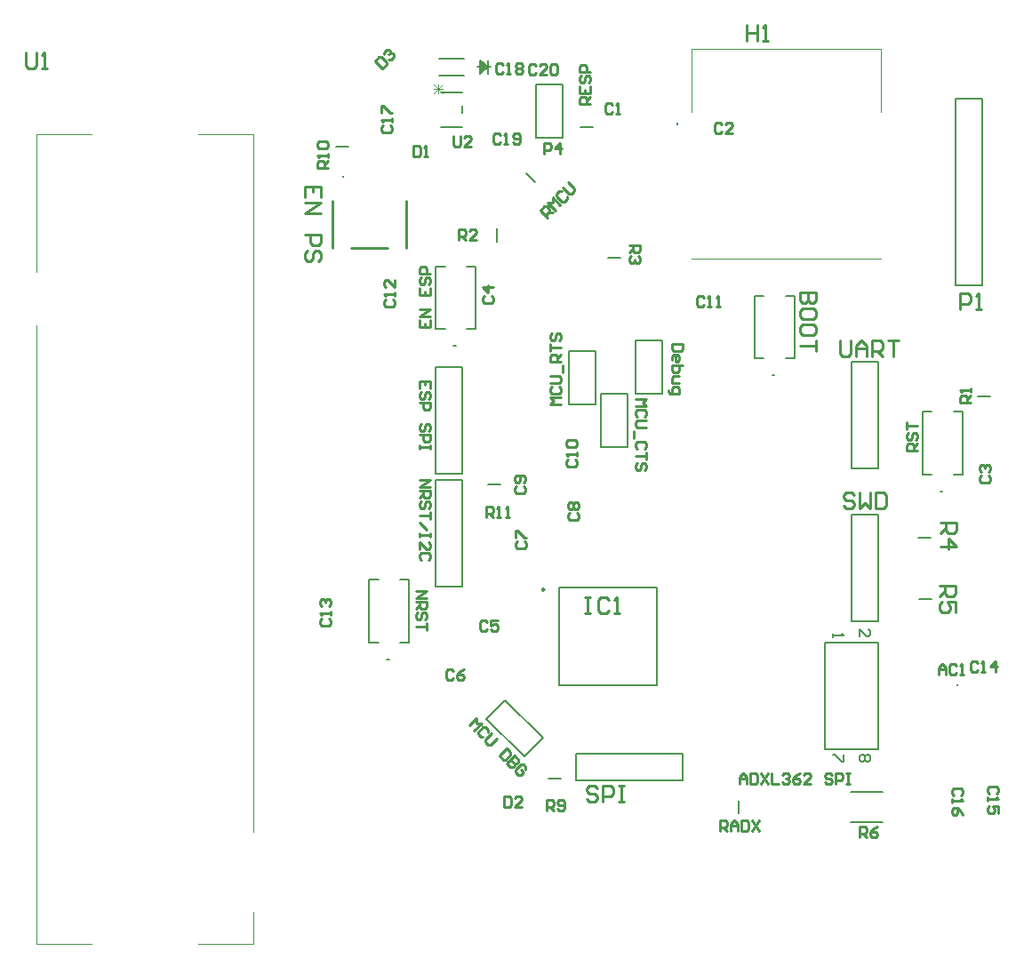
<source format=gto>
G04*
G04 #@! TF.GenerationSoftware,Altium Limited,Altium Designer,19.1.8 (144)*
G04*
G04 Layer_Color=65535*
%FSLAX25Y25*%
%MOIN*%
G70*
G01*
G75*
%ADD10C,0.01000*%
%ADD11C,0.00787*%
%ADD12C,0.00984*%
%ADD13C,0.00787*%
%ADD14C,0.01000*%
%ADD15C,0.00600*%
%ADD16C,0.00394*%
%ADD17C,0.00500*%
%ADD18C,0.00800*%
%ADD19C,0.00300*%
D10*
X142602Y318441D02*
D03*
D11*
X367500Y200390D02*
X366713D01*
X367500D01*
X160000Y137390D02*
X159213D01*
X160000D01*
X185000Y254890D02*
X184213D01*
X185000D01*
X304500Y243890D02*
X303713D01*
X304500D01*
X268106Y338024D02*
Y338811D01*
Y338024D01*
X291000Y79638D02*
Y84362D01*
X211330Y319670D02*
X214670Y316330D01*
X231638Y337000D02*
X236362D01*
X197138Y203000D02*
X201862D01*
X177500Y164500D02*
X187500D01*
X177500D02*
Y204500D01*
X187500Y164500D02*
Y204500D01*
X177500D02*
X187500D01*
X323500Y103500D02*
X323500Y143500D01*
X343500Y103500D02*
Y143500D01*
X323500Y143500D02*
X343500Y143500D01*
X323500Y103500D02*
X343500D01*
X225000Y333000D02*
Y353000D01*
X215000D02*
X225000D01*
X215000Y333000D02*
Y353000D01*
Y333000D02*
X225000D01*
X219638Y92500D02*
X224362D01*
X140138Y329500D02*
X144862D01*
X372500Y277500D02*
X372500Y347500D01*
X372500Y277500D02*
X382500D01*
X382500Y347500D02*
X382500Y277500D01*
X372500Y347500D02*
X382500D01*
X380638Y236000D02*
X385362D01*
X227500Y233000D02*
X237500D01*
X227500D02*
Y253000D01*
X237500D01*
Y233000D02*
Y253000D01*
X239500Y217000D02*
X249500D01*
X239500D02*
Y237000D01*
X249500D01*
Y217000D02*
Y237000D01*
X177500Y207000D02*
X187500D01*
X177500D02*
Y247000D01*
X187500Y207000D02*
Y247000D01*
X177500D02*
X187500D01*
X230000Y92000D02*
Y102000D01*
X270000D01*
X230000Y92000D02*
X270000D01*
Y102000D01*
X252500Y257000D02*
X262500D01*
Y237000D02*
Y257000D01*
X252500Y237000D02*
X262500D01*
X252500D02*
Y257000D01*
X358638Y160000D02*
X363362D01*
X358443Y183000D02*
X363168D01*
X333500Y209000D02*
X343500D01*
X333500D02*
Y249000D01*
X343500Y209000D02*
Y249000D01*
X333500D02*
X343500D01*
X200500Y294138D02*
Y298862D01*
X242138Y288000D02*
X246862D01*
X333500Y191500D02*
X343500D01*
Y151500D02*
Y191500D01*
X333500Y151500D02*
Y191500D01*
Y151500D02*
X343500D01*
X223693Y164307D02*
X260307D01*
Y127693D02*
Y164307D01*
X223693Y127693D02*
X260307D01*
X223693D02*
Y164307D01*
X203500Y122071D02*
X217642Y107929D01*
X196429Y115000D02*
X203500Y122071D01*
X196429Y115000D02*
X210571Y100858D01*
X217642Y107929D01*
D12*
X217984Y163716D02*
X217246Y164143D01*
Y163290D01*
X217984Y163716D01*
D13*
X373095Y127697D02*
D03*
D14*
X145610Y291642D02*
X159390D01*
X166299D02*
Y309358D01*
X138701Y291642D02*
Y309358D01*
X219500Y303000D02*
X216672Y305827D01*
X218086Y307241D01*
X219029D01*
X219971Y306299D01*
Y305356D01*
X218558Y303942D01*
X219500Y304885D02*
X221385D01*
X222327Y305827D02*
X219500Y308655D01*
X221385Y308655D01*
Y310540D01*
X224213Y307713D01*
X224684Y312896D02*
X223741D01*
X222799Y311954D01*
Y311011D01*
X224684Y309126D01*
X225626D01*
X226569Y310069D01*
Y311011D01*
X225155Y314310D02*
X227511Y311954D01*
X228454D01*
X229396Y312896D01*
Y313839D01*
X227040Y316195D01*
X235500Y345500D02*
X231501D01*
Y347499D01*
X232168Y348166D01*
X233501D01*
X234167Y347499D01*
Y345500D01*
Y346833D02*
X235500Y348166D01*
X231501Y352165D02*
Y349499D01*
X235500D01*
Y352165D01*
X233501Y349499D02*
Y350832D01*
X232168Y356163D02*
X231501Y355497D01*
Y354164D01*
X232168Y353497D01*
X232834D01*
X233501Y354164D01*
Y355497D01*
X234167Y356163D01*
X234834D01*
X235500Y355497D01*
Y354164D01*
X234834Y353497D01*
X235500Y357496D02*
X231501D01*
Y359495D01*
X232168Y360162D01*
X233501D01*
X234167Y359495D01*
Y357496D01*
X284000Y73000D02*
Y76999D01*
X285999D01*
X286666Y76332D01*
Y74999D01*
X285999Y74333D01*
X284000D01*
X285333D02*
X286666Y73000D01*
X287999D02*
Y75666D01*
X289332Y76999D01*
X290665Y75666D01*
Y73000D01*
Y74999D01*
X287999D01*
X291997Y76999D02*
Y73000D01*
X293997D01*
X294663Y73666D01*
Y76332D01*
X293997Y76999D01*
X291997D01*
X295996D02*
X298662Y73000D01*
Y76999D02*
X295996Y73000D01*
X169000Y329999D02*
Y326000D01*
X170999D01*
X171666Y326666D01*
Y329332D01*
X170999Y329999D01*
X169000D01*
X172999Y326000D02*
X174332D01*
X173665D01*
Y329999D01*
X172999Y329332D01*
X171500Y204500D02*
X175499D01*
X171500Y201834D01*
X175499D01*
X171500Y200501D02*
X175499D01*
Y198502D01*
X174832Y197836D01*
X173499D01*
X172833Y198502D01*
Y200501D01*
Y199168D02*
X171500Y197836D01*
X174832Y193837D02*
X175499Y194503D01*
Y195836D01*
X174832Y196503D01*
X174166D01*
X173499Y195836D01*
Y194503D01*
X172833Y193837D01*
X172167D01*
X171500Y194503D01*
Y195836D01*
X172167Y196503D01*
X175499Y192504D02*
Y189838D01*
Y191171D01*
X171500D01*
Y188505D02*
X174166Y185839D01*
X175499Y184506D02*
Y183174D01*
Y183840D01*
X171500D01*
Y184506D01*
Y183174D01*
Y178508D02*
Y181174D01*
X174166Y178508D01*
X174832D01*
X175499Y179175D01*
Y180508D01*
X174832Y181174D01*
Y174510D02*
X175499Y175176D01*
Y176509D01*
X174832Y177175D01*
X172167D01*
X171500Y176509D01*
Y175176D01*
X172167Y174510D01*
X291500Y90500D02*
Y93166D01*
X292833Y94499D01*
X294166Y93166D01*
Y90500D01*
Y92499D01*
X291500D01*
X295499Y94499D02*
Y90500D01*
X297498D01*
X298165Y91166D01*
Y93832D01*
X297498Y94499D01*
X295499D01*
X299497D02*
X302163Y90500D01*
Y94499D02*
X299497Y90500D01*
X303496Y94499D02*
Y90500D01*
X306162D01*
X307495Y93832D02*
X308161Y94499D01*
X309494D01*
X310161Y93832D01*
Y93166D01*
X309494Y92499D01*
X308828D01*
X309494D01*
X310161Y91833D01*
Y91166D01*
X309494Y90500D01*
X308161D01*
X307495Y91166D01*
X314159Y94499D02*
X312826Y93832D01*
X311494Y92499D01*
Y91166D01*
X312160Y90500D01*
X313493D01*
X314159Y91166D01*
Y91833D01*
X313493Y92499D01*
X311494D01*
X318158Y90500D02*
X315492D01*
X318158Y93166D01*
Y93832D01*
X317492Y94499D01*
X316159D01*
X315492Y93832D01*
X326155D02*
X325489Y94499D01*
X324156D01*
X323490Y93832D01*
Y93166D01*
X324156Y92499D01*
X325489D01*
X326155Y91833D01*
Y91166D01*
X325489Y90500D01*
X324156D01*
X323490Y91166D01*
X327488Y90500D02*
Y94499D01*
X329488D01*
X330154Y93832D01*
Y92499D01*
X329488Y91833D01*
X327488D01*
X331487Y94499D02*
X332820D01*
X332154D01*
Y90500D01*
X331487D01*
X332820D01*
X196500Y190500D02*
Y194499D01*
X198499D01*
X199166Y193832D01*
Y192499D01*
X198499Y191833D01*
X196500D01*
X197833D02*
X199166Y190500D01*
X200499D02*
X201832D01*
X201165D01*
Y194499D01*
X200499Y193832D01*
X203831Y190500D02*
X205164D01*
X204497D01*
Y194499D01*
X203831Y193832D01*
X215166Y359832D02*
X214499Y360499D01*
X213166D01*
X212500Y359832D01*
Y357166D01*
X213166Y356500D01*
X214499D01*
X215166Y357166D01*
X219164Y356500D02*
X216499D01*
X219164Y359166D01*
Y359832D01*
X218498Y360499D01*
X217165D01*
X216499Y359832D01*
X220497D02*
X221164Y360499D01*
X222497D01*
X223163Y359832D01*
Y357166D01*
X222497Y356500D01*
X221164D01*
X220497Y357166D01*
Y359832D01*
X201666Y333832D02*
X200999Y334499D01*
X199667D01*
X199000Y333832D01*
Y331166D01*
X199667Y330500D01*
X200999D01*
X201666Y331166D01*
X202999Y330500D02*
X204332D01*
X203665D01*
Y334499D01*
X202999Y333832D01*
X206331Y331166D02*
X206997Y330500D01*
X208330D01*
X208997Y331166D01*
Y333832D01*
X208330Y334499D01*
X206997D01*
X206331Y333832D01*
Y333166D01*
X206997Y332499D01*
X208997D01*
X202666Y360332D02*
X201999Y360999D01*
X200666D01*
X200000Y360332D01*
Y357666D01*
X200666Y357000D01*
X201999D01*
X202666Y357666D01*
X203999Y357000D02*
X205332D01*
X204665D01*
Y360999D01*
X203999Y360332D01*
X207331D02*
X207997Y360999D01*
X209330D01*
X209997Y360332D01*
Y359666D01*
X209330Y358999D01*
X209997Y358333D01*
Y357666D01*
X209330Y357000D01*
X207997D01*
X207331Y357666D01*
Y358333D01*
X207997Y358999D01*
X207331Y359666D01*
Y360332D01*
X207997Y358999D02*
X209330D01*
X218000Y327000D02*
Y330999D01*
X219999D01*
X220666Y330332D01*
Y328999D01*
X219999Y328333D01*
X218000D01*
X223998Y327000D02*
Y330999D01*
X221999Y328999D01*
X224664D01*
X134498Y310501D02*
Y314500D01*
X128500D01*
Y310501D01*
X131499Y314500D02*
Y312501D01*
X128500Y308502D02*
X134498D01*
X128500Y304503D01*
X134498D01*
X128500Y296506D02*
X134498D01*
Y293507D01*
X133498Y292507D01*
X131499D01*
X130499Y293507D01*
Y296506D01*
X133498Y286509D02*
X134498Y287509D01*
Y289508D01*
X133498Y290508D01*
X132499D01*
X131499Y289508D01*
Y287509D01*
X130499Y286509D01*
X129500D01*
X128500Y287509D01*
Y289508D01*
X129500Y290508D01*
X184000Y333499D02*
Y330166D01*
X184667Y329500D01*
X185999D01*
X186666Y330166D01*
Y333499D01*
X190665Y329500D02*
X187999D01*
X190665Y332166D01*
Y332832D01*
X189998Y333499D01*
X188665D01*
X187999Y332832D01*
X137000Y321500D02*
X133001D01*
Y323499D01*
X133668Y324166D01*
X135001D01*
X135667Y323499D01*
Y321500D01*
Y322833D02*
X137000Y324166D01*
Y325499D02*
Y326832D01*
Y326165D01*
X133001D01*
X133668Y325499D01*
Y328831D02*
X133001Y329497D01*
Y330830D01*
X133668Y331497D01*
X136334D01*
X137000Y330830D01*
Y329497D01*
X136334Y328831D01*
X133668D01*
X219000Y80500D02*
Y84499D01*
X220999D01*
X221666Y83832D01*
Y82499D01*
X220999Y81833D01*
X219000D01*
X220333D02*
X221666Y80500D01*
X222999Y81166D02*
X223665Y80500D01*
X224998D01*
X225664Y81166D01*
Y83832D01*
X224998Y84499D01*
X223665D01*
X222999Y83832D01*
Y83166D01*
X223665Y82499D01*
X225664D01*
X203000Y85999D02*
Y82000D01*
X204999D01*
X205666Y82666D01*
Y85332D01*
X204999Y85999D01*
X203000D01*
X209665Y82000D02*
X206999D01*
X209665Y84666D01*
Y85332D01*
X208998Y85999D01*
X207665D01*
X206999Y85332D01*
X154673Y361827D02*
X157500Y359000D01*
X158914Y360414D01*
Y361356D01*
X157029Y363241D01*
X156086D01*
X154673Y361827D01*
X157971Y364184D02*
Y365126D01*
X158914Y366069D01*
X159856D01*
X160327Y365598D01*
Y364655D01*
X159856Y364184D01*
X160327Y364655D01*
X161270D01*
X161741Y364184D01*
Y363241D01*
X160799Y362299D01*
X159856D01*
X157668Y337666D02*
X157001Y336999D01*
Y335666D01*
X157668Y335000D01*
X160334D01*
X161000Y335666D01*
Y336999D01*
X160334Y337666D01*
X161000Y338999D02*
Y340332D01*
Y339665D01*
X157001D01*
X157668Y338999D01*
X157001Y342331D02*
Y344997D01*
X157668D01*
X160334Y342331D01*
X161000D01*
X374000Y268500D02*
Y274498D01*
X376999D01*
X377999Y273498D01*
Y271499D01*
X376999Y270499D01*
X374000D01*
X379998Y268500D02*
X381997D01*
X380998D01*
Y274498D01*
X379998Y273498D01*
X23700Y364898D02*
Y359900D01*
X24700Y358900D01*
X26699D01*
X27699Y359900D01*
Y364898D01*
X29698Y358900D02*
X31697D01*
X30698D01*
Y364898D01*
X29698Y363898D01*
X224500Y233000D02*
X220501D01*
X221834Y234333D01*
X220501Y235666D01*
X224500D01*
X221168Y239665D02*
X220501Y238998D01*
Y237665D01*
X221168Y236999D01*
X223834D01*
X224500Y237665D01*
Y238998D01*
X223834Y239665D01*
X220501Y240997D02*
X223834D01*
X224500Y241664D01*
Y242997D01*
X223834Y243663D01*
X220501D01*
X225166Y244996D02*
Y247662D01*
X224500Y248995D02*
X220501D01*
Y250994D01*
X221168Y251661D01*
X222501D01*
X223167Y250994D01*
Y248995D01*
Y250328D02*
X224500Y251661D01*
X220501Y252994D02*
Y255659D01*
Y254327D01*
X224500D01*
X221168Y259658D02*
X220501Y258992D01*
Y257659D01*
X221168Y256992D01*
X221834D01*
X222501Y257659D01*
Y258992D01*
X223167Y259658D01*
X223834D01*
X224500Y258992D01*
Y257659D01*
X223834Y256992D01*
X252500Y235000D02*
X256499D01*
X255166Y233667D01*
X256499Y232334D01*
X252500D01*
X255832Y228335D02*
X256499Y229002D01*
Y230335D01*
X255832Y231001D01*
X253166D01*
X252500Y230335D01*
Y229002D01*
X253166Y228335D01*
X256499Y227003D02*
X253166D01*
X252500Y226336D01*
Y225003D01*
X253166Y224337D01*
X256499D01*
X251834Y223004D02*
Y220338D01*
X255832Y216339D02*
X256499Y217006D01*
Y218339D01*
X255832Y219005D01*
X253166D01*
X252500Y218339D01*
Y217006D01*
X253166Y216339D01*
X256499Y215006D02*
Y212341D01*
Y213673D01*
X252500D01*
X255832Y208342D02*
X256499Y209008D01*
Y210341D01*
X255832Y211008D01*
X255166D01*
X254499Y210341D01*
Y209008D01*
X253833Y208342D01*
X253166D01*
X252500Y209008D01*
Y210341D01*
X253166Y211008D01*
X358000Y215500D02*
X354001D01*
Y217499D01*
X354668Y218166D01*
X356001D01*
X356667Y217499D01*
Y215500D01*
Y216833D02*
X358000Y218166D01*
X354668Y222165D02*
X354001Y221498D01*
Y220165D01*
X354668Y219499D01*
X355334D01*
X356001Y220165D01*
Y221498D01*
X356667Y222165D01*
X357334D01*
X358000Y221498D01*
Y220165D01*
X357334Y219499D01*
X354001Y223497D02*
Y226163D01*
Y224830D01*
X358000D01*
X378000Y233500D02*
X374001D01*
Y235499D01*
X374668Y236166D01*
X376001D01*
X376667Y235499D01*
Y233500D01*
Y234833D02*
X378000Y236166D01*
Y237499D02*
Y238832D01*
Y238165D01*
X374001D01*
X374668Y237499D01*
X382168Y206166D02*
X381501Y205499D01*
Y204167D01*
X382168Y203500D01*
X384834D01*
X385500Y204167D01*
Y205499D01*
X384834Y206166D01*
X382168Y207499D02*
X381501Y208165D01*
Y209498D01*
X382168Y210164D01*
X382834D01*
X383501Y209498D01*
Y208832D01*
Y209498D01*
X384167Y210164D01*
X384834D01*
X385500Y209498D01*
Y208165D01*
X384834Y207499D01*
X175499Y238834D02*
Y241500D01*
X171500D01*
Y238834D01*
X173499Y241500D02*
Y240167D01*
X174832Y234836D02*
X175499Y235502D01*
Y236835D01*
X174832Y237501D01*
X174166D01*
X173499Y236835D01*
Y235502D01*
X172833Y234836D01*
X172167D01*
X171500Y235502D01*
Y236835D01*
X172167Y237501D01*
X171500Y233503D02*
X175499D01*
Y231503D01*
X174832Y230837D01*
X173499D01*
X172833Y231503D01*
Y233503D01*
X174832Y222839D02*
X175499Y223506D01*
Y224839D01*
X174832Y225505D01*
X174166D01*
X173499Y224839D01*
Y223506D01*
X172833Y222839D01*
X172167D01*
X171500Y223506D01*
Y224839D01*
X172167Y225505D01*
X171500Y221506D02*
X175499D01*
Y219507D01*
X174832Y218841D01*
X173499D01*
X172833Y219507D01*
Y221506D01*
X175499Y217508D02*
Y216175D01*
Y216841D01*
X171500D01*
Y217508D01*
Y216175D01*
X237999Y88998D02*
X236999Y89998D01*
X235000D01*
X234000Y88998D01*
Y87999D01*
X235000Y86999D01*
X236999D01*
X237999Y85999D01*
Y85000D01*
X236999Y84000D01*
X235000D01*
X234000Y85000D01*
X239998Y84000D02*
Y89998D01*
X242997D01*
X243997Y88998D01*
Y86999D01*
X242997Y85999D01*
X239998D01*
X245996Y89998D02*
X247995D01*
X246996D01*
Y84000D01*
X245996D01*
X247995D01*
X269999Y255500D02*
X266000D01*
Y253501D01*
X266666Y252834D01*
X269332D01*
X269999Y253501D01*
Y255500D01*
X266000Y249502D02*
Y250835D01*
X266666Y251501D01*
X267999D01*
X268666Y250835D01*
Y249502D01*
X267999Y248835D01*
X267333D01*
Y251501D01*
X269999Y247503D02*
X266000D01*
Y245503D01*
X266666Y244837D01*
X267333D01*
X267999D01*
X268666Y245503D01*
Y247503D01*
Y243504D02*
X266666D01*
X266000Y242837D01*
Y240838D01*
X268666D01*
X264667Y238172D02*
Y237506D01*
X265334Y236839D01*
X268666D01*
Y238839D01*
X267999Y239505D01*
X266666D01*
X266000Y238839D01*
Y236839D01*
X329000Y256998D02*
Y252000D01*
X330000Y251000D01*
X331999D01*
X332999Y252000D01*
Y256998D01*
X334998Y251000D02*
Y254999D01*
X336997Y256998D01*
X338997Y254999D01*
Y251000D01*
Y253999D01*
X334998D01*
X340996Y251000D02*
Y256998D01*
X343995D01*
X344995Y255998D01*
Y253999D01*
X343995Y252999D01*
X340996D01*
X342996D02*
X344995Y251000D01*
X346994Y256998D02*
X350993D01*
X348993D01*
Y251000D01*
X334499Y198998D02*
X333499Y199998D01*
X331500D01*
X330500Y198998D01*
Y197999D01*
X331500Y196999D01*
X333499D01*
X334499Y195999D01*
Y195000D01*
X333499Y194000D01*
X331500D01*
X330500Y195000D01*
X336498Y199998D02*
Y194000D01*
X338497Y195999D01*
X340497Y194000D01*
Y199998D01*
X342496D02*
Y194000D01*
X345495D01*
X346495Y195000D01*
Y198998D01*
X345495Y199998D01*
X342496D01*
X233500Y160498D02*
X235499D01*
X234500D01*
Y154500D01*
X233500D01*
X235499D01*
X242497Y159498D02*
X241497Y160498D01*
X239498D01*
X238498Y159498D01*
Y155500D01*
X239498Y154500D01*
X241497D01*
X242497Y155500D01*
X244496Y154500D02*
X246496D01*
X245496D01*
Y160498D01*
X244496Y159498D01*
X208168Y181666D02*
X207501Y180999D01*
Y179666D01*
X208168Y179000D01*
X210834D01*
X211500Y179666D01*
Y180999D01*
X210834Y181666D01*
X207501Y182999D02*
Y185664D01*
X208168D01*
X210834Y182999D01*
X211500D01*
X227168Y212166D02*
X226501Y211499D01*
Y210166D01*
X227168Y209500D01*
X229834D01*
X230500Y210166D01*
Y211499D01*
X229834Y212166D01*
X230500Y213499D02*
Y214832D01*
Y214165D01*
X226501D01*
X227168Y213499D01*
Y216831D02*
X226501Y217497D01*
Y218830D01*
X227168Y219497D01*
X229834D01*
X230500Y218830D01*
Y217497D01*
X229834Y216831D01*
X227168D01*
X207668Y202166D02*
X207001Y201499D01*
Y200167D01*
X207668Y199500D01*
X210334D01*
X211000Y200167D01*
Y201499D01*
X210334Y202166D01*
Y203499D02*
X211000Y204165D01*
Y205498D01*
X210334Y206165D01*
X207668D01*
X207001Y205498D01*
Y204165D01*
X207668Y203499D01*
X208334D01*
X209001Y204165D01*
Y206165D01*
X227668Y192166D02*
X227001Y191499D01*
Y190166D01*
X227668Y189500D01*
X230334D01*
X231000Y190166D01*
Y191499D01*
X230334Y192166D01*
X227668Y193499D02*
X227001Y194165D01*
Y195498D01*
X227668Y196165D01*
X228334D01*
X229001Y195498D01*
X229667Y196165D01*
X230334D01*
X231000Y195498D01*
Y194165D01*
X230334Y193499D01*
X229667D01*
X229001Y194165D01*
X228334Y193499D01*
X227668D01*
X229001Y194165D02*
Y195498D01*
X171501Y264666D02*
Y262000D01*
X175500D01*
Y264666D01*
X173501Y262000D02*
Y263333D01*
X175500Y265999D02*
X171501D01*
X175500Y268665D01*
X171501D01*
Y276662D02*
Y273996D01*
X175500D01*
Y276662D01*
X173501Y273996D02*
Y275329D01*
X172168Y280661D02*
X171501Y279994D01*
Y278661D01*
X172168Y277995D01*
X172834D01*
X173501Y278661D01*
Y279994D01*
X174167Y280661D01*
X174834D01*
X175500Y279994D01*
Y278661D01*
X174834Y277995D01*
X175500Y281994D02*
X171501D01*
Y283993D01*
X172168Y284659D01*
X173501D01*
X174167Y283993D01*
Y281994D01*
X190000Y112500D02*
X192827Y115328D01*
Y113443D01*
X194712Y113443D01*
X191885Y110615D01*
X197069Y110144D02*
Y111086D01*
X196126Y112029D01*
X195184D01*
X193299Y110144D01*
Y109201D01*
X194241Y108259D01*
X195184D01*
X198483Y109672D02*
X196126Y107316D01*
Y106374D01*
X197069Y105431D01*
X198011D01*
X200368Y107788D01*
X204138Y104017D02*
X201310Y101190D01*
X202724Y99776D01*
X203666D01*
X205551Y101661D01*
Y102604D01*
X204138Y104017D01*
X206965Y101190D02*
X204138Y98362D01*
X205551Y96949D01*
X206494D01*
X206965Y97420D01*
Y98362D01*
X205551Y99776D01*
X206965Y98362D01*
X207908D01*
X208379Y98834D01*
Y99776D01*
X206965Y101190D01*
X211206Y96006D02*
Y96949D01*
X210264Y97891D01*
X209321D01*
X207436Y96006D01*
Y95064D01*
X208379Y94121D01*
X209321D01*
X210264Y95064D01*
X209321Y96006D01*
X134668Y152666D02*
X134001Y151999D01*
Y150666D01*
X134668Y150000D01*
X137334D01*
X138000Y150666D01*
Y151999D01*
X137334Y152666D01*
X138000Y153999D02*
Y155332D01*
Y154665D01*
X134001D01*
X134668Y153999D01*
Y157331D02*
X134001Y157997D01*
Y159330D01*
X134668Y159997D01*
X135334D01*
X136001Y159330D01*
Y158664D01*
Y159330D01*
X136667Y159997D01*
X137334D01*
X138000Y159330D01*
Y157997D01*
X137334Y157331D01*
X366806Y188500D02*
X372803D01*
Y185501D01*
X371804Y184501D01*
X369805D01*
X368805Y185501D01*
Y188500D01*
Y186501D02*
X366806Y184501D01*
Y179503D02*
X372803D01*
X369805Y182502D01*
Y178503D01*
X319998Y275000D02*
X314000D01*
Y272001D01*
X315000Y271001D01*
X315999D01*
X316999Y272001D01*
Y275000D01*
Y272001D01*
X317999Y271001D01*
X318998D01*
X319998Y272001D01*
Y275000D01*
Y266003D02*
Y268002D01*
X318998Y269002D01*
X315000D01*
X314000Y268002D01*
Y266003D01*
X315000Y265003D01*
X318998D01*
X319998Y266003D01*
Y260005D02*
Y262004D01*
X318998Y263004D01*
X315000D01*
X314000Y262004D01*
Y260005D01*
X315000Y259005D01*
X318998D01*
X319998Y260005D01*
Y257006D02*
Y253007D01*
Y255007D01*
X314000D01*
X170000Y163000D02*
X173999D01*
X170000Y160334D01*
X173999D01*
X170000Y159001D02*
X173999D01*
Y157002D01*
X173332Y156335D01*
X171999D01*
X171333Y157002D01*
Y159001D01*
Y157668D02*
X170000Y156335D01*
X173332Y152337D02*
X173999Y153003D01*
Y154336D01*
X173332Y155003D01*
X172666D01*
X171999Y154336D01*
Y153003D01*
X171333Y152337D01*
X170667D01*
X170000Y153003D01*
Y154336D01*
X170667Y155003D01*
X173999Y151004D02*
Y148338D01*
Y149671D01*
X170000D01*
X250000Y292500D02*
X253999D01*
Y290501D01*
X253332Y289834D01*
X251999D01*
X251333Y290501D01*
Y292500D01*
Y291167D02*
X250000Y289834D01*
X253332Y288501D02*
X253999Y287835D01*
Y286502D01*
X253332Y285836D01*
X252666D01*
X251999Y286502D01*
Y287168D01*
Y286502D01*
X251333Y285836D01*
X250666D01*
X250000Y286502D01*
Y287835D01*
X250666Y288501D01*
X366500Y165000D02*
X372498D01*
Y162001D01*
X371498Y161001D01*
X369499D01*
X368499Y162001D01*
Y165000D01*
Y163001D02*
X366500Y161001D01*
X372498Y155003D02*
Y159002D01*
X369499D01*
X370499Y157003D01*
Y156003D01*
X369499Y155003D01*
X367500D01*
X366500Y156003D01*
Y158002D01*
X367500Y159002D01*
X186000Y294500D02*
Y298499D01*
X187999D01*
X188666Y297832D01*
Y296499D01*
X187999Y295833D01*
X186000D01*
X187333D02*
X188666Y294500D01*
X192665D02*
X189999D01*
X192665Y297166D01*
Y297832D01*
X191998Y298499D01*
X190665D01*
X189999Y297832D01*
X336500Y70500D02*
Y74499D01*
X338499D01*
X339166Y73832D01*
Y72499D01*
X338499Y71833D01*
X336500D01*
X337833D02*
X339166Y70500D01*
X343164Y74499D02*
X341832Y73832D01*
X340499Y72499D01*
Y71166D01*
X341165Y70500D01*
X342498D01*
X343164Y71166D01*
Y71833D01*
X342498Y72499D01*
X340499D01*
X293906Y375482D02*
Y369484D01*
Y372483D01*
X297904D01*
Y375482D01*
Y369484D01*
X299904D02*
X301903D01*
X300903D01*
Y375482D01*
X299904Y374483D01*
X184166Y132832D02*
X183499Y133499D01*
X182167D01*
X181500Y132832D01*
Y130166D01*
X182167Y129500D01*
X183499D01*
X184166Y130166D01*
X188164Y133499D02*
X186832Y132832D01*
X185499Y131499D01*
Y130166D01*
X186165Y129500D01*
X187498D01*
X188164Y130166D01*
Y130833D01*
X187498Y131499D01*
X185499D01*
X196666Y151332D02*
X195999Y151999D01*
X194667D01*
X194000Y151332D01*
Y148667D01*
X194667Y148000D01*
X195999D01*
X196666Y148667D01*
X200664Y151999D02*
X197999D01*
Y149999D01*
X199332Y150666D01*
X199998D01*
X200664Y149999D01*
Y148667D01*
X199998Y148000D01*
X198665D01*
X197999Y148667D01*
X158668Y272166D02*
X158001Y271499D01*
Y270166D01*
X158668Y269500D01*
X161334D01*
X162000Y270166D01*
Y271499D01*
X161334Y272166D01*
X162000Y273499D02*
Y274832D01*
Y274165D01*
X158001D01*
X158668Y273499D01*
X162000Y279497D02*
Y276831D01*
X159334Y279497D01*
X158668D01*
X158001Y278830D01*
Y277497D01*
X158668Y276831D01*
X278166Y272832D02*
X277499Y273499D01*
X276166D01*
X275500Y272832D01*
Y270166D01*
X276166Y269500D01*
X277499D01*
X278166Y270166D01*
X279499Y269500D02*
X280832D01*
X280165D01*
Y273499D01*
X279499Y272832D01*
X282831Y269500D02*
X284164D01*
X283497D01*
Y273499D01*
X282831Y272832D01*
X284666Y337832D02*
X283999Y338499D01*
X282666D01*
X282000Y337832D01*
Y335166D01*
X282666Y334500D01*
X283999D01*
X284666Y335166D01*
X288665Y334500D02*
X285999D01*
X288665Y337166D01*
Y337832D01*
X287998Y338499D01*
X286665D01*
X285999Y337832D01*
X243666Y345332D02*
X242999Y345999D01*
X241666D01*
X241000Y345332D01*
Y342666D01*
X241666Y342000D01*
X242999D01*
X243666Y342666D01*
X244999Y342000D02*
X246332D01*
X245665D01*
Y345999D01*
X244999Y345332D01*
X195668Y273666D02*
X195001Y272999D01*
Y271666D01*
X195668Y271000D01*
X198334D01*
X199000Y271666D01*
Y272999D01*
X198334Y273666D01*
X199000Y276998D02*
X195001D01*
X197001Y274999D01*
Y277664D01*
X374332Y86334D02*
X374999Y87001D01*
Y88334D01*
X374332Y89000D01*
X371666D01*
X371000Y88334D01*
Y87001D01*
X371666Y86334D01*
X371000Y85001D02*
Y83668D01*
Y84335D01*
X374999D01*
X374332Y85001D01*
X374999Y79003D02*
X374332Y80336D01*
X372999Y81669D01*
X371666D01*
X371000Y81003D01*
Y79670D01*
X371666Y79003D01*
X372333D01*
X372999Y79670D01*
Y81669D01*
X387832Y86834D02*
X388499Y87501D01*
Y88834D01*
X387832Y89500D01*
X385166D01*
X384500Y88834D01*
Y87501D01*
X385166Y86834D01*
X384500Y85501D02*
Y84168D01*
Y84835D01*
X388499D01*
X387832Y85501D01*
X388499Y79503D02*
Y82169D01*
X386499D01*
X387166Y80836D01*
Y80170D01*
X386499Y79503D01*
X385166D01*
X384500Y80170D01*
Y81503D01*
X385166Y82169D01*
X380666Y135832D02*
X379999Y136499D01*
X378666D01*
X378000Y135832D01*
Y133167D01*
X378666Y132500D01*
X379999D01*
X380666Y133167D01*
X381999Y132500D02*
X383332D01*
X382665D01*
Y136499D01*
X381999Y135832D01*
X387330Y132500D02*
Y136499D01*
X385331Y134499D01*
X387997D01*
X366000Y131500D02*
Y134166D01*
X367333Y135499D01*
X368666Y134166D01*
Y131500D01*
Y133499D01*
X366000D01*
X372664Y134832D02*
X371998Y135499D01*
X370665D01*
X369999Y134832D01*
Y132167D01*
X370665Y131500D01*
X371998D01*
X372664Y132167D01*
X373997Y131500D02*
X375330D01*
X374664D01*
Y135499D01*
X373997Y134832D01*
D15*
X178850Y356250D02*
X188150D01*
X178850Y362750D02*
X188150D01*
X194200Y357000D02*
Y362000D01*
Y360000D02*
X197200Y359500D01*
X194200Y360500D02*
X197200Y359500D01*
X194200Y361000D02*
X197200Y359500D01*
X194200Y361500D02*
X197200Y359500D01*
X194200Y362000D02*
X197200Y359500D01*
X194200Y359000D02*
X197200Y359500D01*
X194200Y358500D02*
X197200Y359500D01*
X194200Y358000D02*
X197200Y359500D01*
X194200Y357500D02*
X197200Y359500D01*
X194200Y357000D02*
X197200Y359500D01*
Y357000D02*
Y362000D01*
X193200Y359500D02*
X198200D01*
X179550Y350000D02*
X187450D01*
Y342170D02*
Y344830D01*
X179550Y337000D02*
X187450D01*
X333111Y87650D02*
X344889D01*
X333111Y76350D02*
X344889D01*
D16*
X109150Y72500D02*
Y334173D01*
X88500Y334173D02*
X109150Y334173D01*
X27850D02*
X48500Y334173D01*
X27850Y282500D02*
Y334173D01*
X109150Y30827D02*
Y42500D01*
X88500Y30827D02*
X109150Y30827D01*
X27850D02*
X48500Y30827D01*
X27850Y30827D02*
Y262500D01*
X273421Y287630D02*
X344287D01*
X273421Y342748D02*
Y366370D01*
X344287D01*
Y342748D02*
Y366370D01*
D17*
X360020Y206689D02*
X363445D01*
X360020D02*
Y230311D01*
X363445D01*
X371555Y206689D02*
X374980D01*
Y230311D01*
X371555D02*
X374980D01*
X164055Y167311D02*
X167480D01*
Y143689D02*
Y167311D01*
X164055Y143689D02*
X167480D01*
X152520Y167311D02*
X155945D01*
X152520Y143689D02*
Y167311D01*
Y143689D02*
X155945D01*
X177520Y261189D02*
X180945D01*
X177520D02*
Y284811D01*
X180945D01*
X189055Y261189D02*
X192480D01*
Y284811D01*
X189055D02*
X192480D01*
X297020Y250189D02*
X300445D01*
X297020D02*
Y273811D01*
X300445D01*
X308555Y250189D02*
X311980D01*
Y273811D01*
X308555D02*
X311980D01*
D18*
X336500Y145834D02*
Y148500D01*
X339166Y145834D01*
X339832D01*
X340499Y146501D01*
Y147834D01*
X339832Y148500D01*
X326500Y147000D02*
Y145667D01*
Y146334D01*
X330499D01*
X329832Y147000D01*
X330499Y101500D02*
Y98834D01*
X329832D01*
X327166Y101500D01*
X326500D01*
X339832D02*
X340499Y100834D01*
Y99501D01*
X339832Y98834D01*
X339166D01*
X338499Y99501D01*
X337833Y98834D01*
X337166D01*
X336500Y99501D01*
Y100834D01*
X337166Y101500D01*
X337833D01*
X338499Y100834D01*
X339166Y101500D01*
X339832D01*
X338499Y100834D02*
Y99501D01*
D19*
X176850Y353105D02*
X180182Y349773D01*
X176850D02*
X180182Y353105D01*
X176850Y351439D02*
X180182D01*
X178516Y349773D02*
Y353105D01*
M02*

</source>
